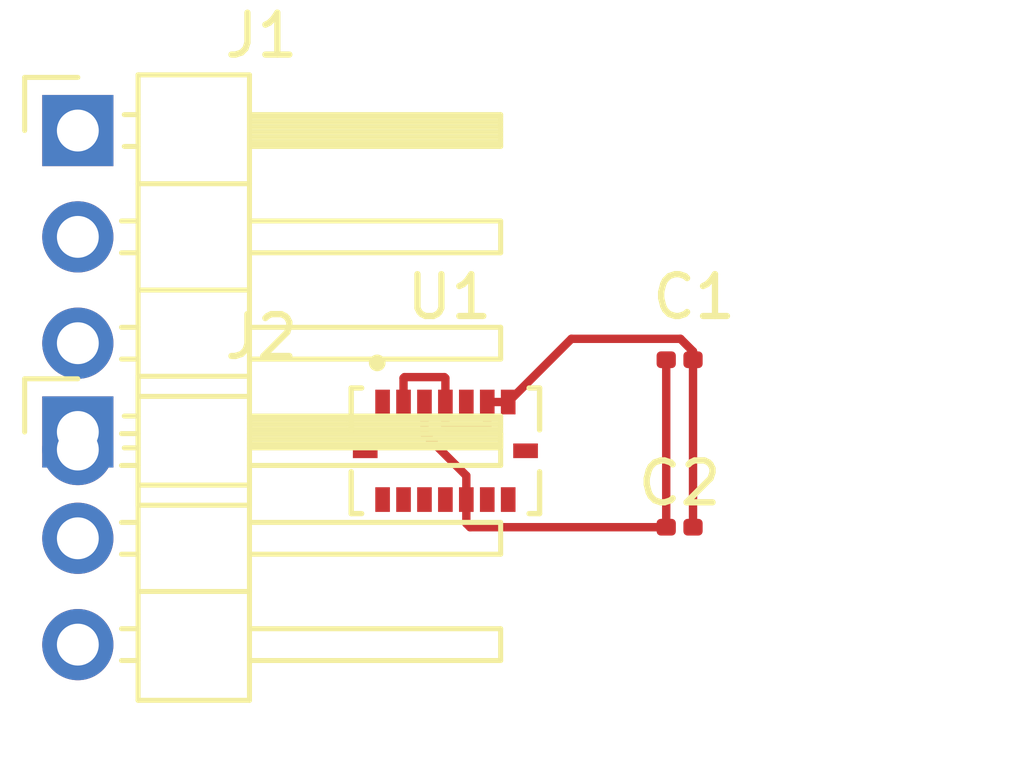
<source format=kicad_pcb>
(kicad_pcb (version 20240225) (generator "pcbnew") (generator_version "8.99")
  (layers (0 "F.Cu" signal) (31 "B.Cu" signal) (34 "B.Paste" user) (35 "F.Paste" user) (36 "B.SilkS" user "B.Silkscreen") (37 "F.SilkS" user "F.Silkscreen") (38 "B.Mask" user) (39 "F.Mask" user) (44 "Edge.Cuts" user))
  (net 0 "")
  (net 1 "3.3 V")
  (net 3 "Net-(J1-Pin_2)")
  (net 4 "Net-(J1-Pin_4)")
  (net 5 "Net-(J1-Pin_3)")
  (net 6 "Net-(J1-Pin_1)")
  (net 7 "Net-(J2-Pin_2)")
  (net 8 "Net-(J2-Pin_1)")
  (net 9 "Net-(J2-Pin_3)")
  (footprint "Capacitor_SMD:C_0201_0603Metric" (layer "F.Cu") (at 127.5 78.5)
    (property "Reference" "C1" (at 0.345 -1.5 0) (layer "F.SilkS"))
    (property "Value" "100 nF")
    (pad "1" smd roundrect (at -0.32 0) (size 0.46 0.4) (layers "F.Cu" "F.Mask") (net 1 "3.3 V"))
    (pad "2" smd roundrect (at 0.32 0) (size 0.46 0.4) (layers "F.Cu" "F.Mask") (net 1 "3.3 V"))
  )
  (footprint "BMI088 (1) 2:PQFN50P450X300X100-16N" (layer "F.Cu") (at 121.905 80.675)
    (property "Reference" "U1" (at 0.095 -3.675 0) (layer "F.SilkS"))
    (property "Value" "BMI088")
    (fp_line (start -2.25 -1.5) (end -2 -1.5) (stroke (width 0.127)) (layer "F.SilkS"))
    (fp_line (start -2.25 -0.5) (end -2.25 -1.5) (stroke (width 0.127)) (layer "F.SilkS"))
    (fp_line (start -2.25 1.5) (end -2.25 0.5) (stroke (width 0.127)) (layer "F.SilkS"))
    (fp_line (start -2 1.5) (end -2.25 1.5) (stroke (width 0.127)) (layer "F.SilkS"))
    (fp_line (start 2.25 -1.5) (end 2 -1.5) (stroke (width 0.127)) (layer "F.SilkS"))
    (fp_line (start 2.25 -0.5) (end 2.25 -1.5) (stroke (width 0.127)) (layer "F.SilkS"))
    (fp_line (start 2.25 0.5) (end 2.25 1.5) (stroke (width 0.127)) (layer "F.SilkS"))
    (fp_line (start 2.25 1.5) (end 2 1.5) (stroke (width 0.127)) (layer "F.SilkS"))
    (fp_circle (center -1.629 -2.1) (end -1.529 -2.1) (stroke (width 0.2)) (fill none) (layer "F.SilkS"))
    (pad "1" smd rect (at -1.5 -1.165 270) (size 0.59 0.35) (layers "F.Cu" "F.Paste" "F.Mask") (net 3 "Net-(J1-Pin_2)"))
    (pad "2" smd rect (at -1 -1.165 270) (size 0.59 0.35) (layers "F.Cu" "F.Paste" "F.Mask") (net 1 "3.3 V"))
    (pad "3" smd rect (at -0.5 -1.165 270) (size 0.59 0.35) (layers "F.Cu" "F.Paste" "F.Mask") (net 1 "3.3 V"))
    (pad "4" smd rect (at 0 -1.165 270) (size 0.59 0.35) (layers "F.Cu" "F.Paste" "F.Mask") (net 1 "3.3 V"))
    (pad "5" smd rect (at 0.5 -1.165 270) (size 0.59 0.35) (layers "F.Cu" "F.Paste" "F.Mask"))
    (pad "6" smd rect (at 1 -1.165 270) (size 0.59 0.35) (layers "F.Cu" "F.Paste" "F.Mask") (net 1 "3.3 V"))
    (pad "7" smd rect (at 1.5 -1.165 270) (size 0.59 0.35) (layers "F.Cu" "F.Paste" "F.Mask") (net 1 "3.3 V"))
    (pad "8" smd rect (at 1.915 0 180) (size 0.59 0.35) (layers "F.Cu" "F.Paste" "F.Mask") (net 9 "Net-(J2-Pin_3)"))
    (pad "9" smd rect (at 1.5 1.165 90) (size 0.59 0.35) (layers "F.Cu" "F.Paste" "F.Mask") (net 8 "Net-(J2-Pin_1)"))
    (pad "10" smd rect (at 1 1.165 90) (size 0.59 0.35) (layers "F.Cu" "F.Paste" "F.Mask") (net 7 "Net-(J2-Pin_2)"))
    (pad "11" smd rect (at 0.5 1.165 90) (size 0.59 0.35) (layers "F.Cu" "F.Paste" "F.Mask") (net 1 "3.3 V"))
    (pad "12" smd rect (at 0 1.165 90) (size 0.59 0.35) (layers "F.Cu" "F.Paste" "F.Mask") (net 5 "Net-(J1-Pin_3)"))
    (pad "13" smd rect (at -0.5 1.165 90) (size 0.59 0.35) (layers "F.Cu" "F.Paste" "F.Mask") (net 4 "Net-(J1-Pin_4)"))
    (pad "14" smd rect (at -1 1.165 90) (size 0.59 0.35) (layers "F.Cu" "F.Paste" "F.Mask") (net 1 "3.3 V"))
    (pad "15" smd rect (at -1.5 1.165 90) (size 0.59 0.35) (layers "F.Cu" "F.Paste" "F.Mask") (net 7 "Net-(J2-Pin_2)"))
    (pad "16" smd rect (at -1.915 0) (size 0.59 0.35) (layers "F.Cu" "F.Paste" "F.Mask") (net 6 "Net-(J1-Pin_1)"))
  )
  (footprint "Capacitor_SMD:C_0201_0603Metric" (layer "F.Cu") (at 127.5 82.5)
    (property "Reference" "C2" (at 0 -1.05 0) (layer "F.SilkS"))
    (property "Value" "100 nF")
    (pad "1" smd roundrect (at -0.32 0) (size 0.46 0.4) (layers "F.Cu" "F.Mask") (net 1 "3.3 V"))
    (pad "2" smd roundrect (at 0.32 0) (size 0.46 0.4) (layers "F.Cu" "F.Mask") (net 1 "3.3 V"))
  )
  (footprint "Connector_PinHeader_2.54mm:PinHeader_1x04_P2.54mm_Horizontal" (layer "F.Cu") (at 113.125 73.025)
    (property "Reference" "J1" (at 4.385 -2.27 0) (layer "F.SilkS"))
    (property "Value" "Conn_01x04")
    (fp_line (start -1.27 -1.27) (end 0 -1.27) (stroke (width 0.12)) (layer "F.SilkS"))
    (fp_line (start -1.27 0) (end -1.27 -1.27) (stroke (width 0.12)) (layer "F.SilkS"))
    (fp_line (start 1.042929 2.16) (end 1.44 2.16) (stroke (width 0.12)) (layer "F.SilkS"))
    (fp_line (start 1.042929 2.92) (end 1.44 2.92) (stroke (width 0.12)) (layer "F.SilkS"))
    (fp_line (start 1.042929 4.7) (end 1.44 4.7) (stroke (width 0.12)) (layer "F.SilkS"))
    (fp_line (start 1.042929 5.46) (end 1.44 5.46) (stroke (width 0.12)) (layer "F.SilkS"))
    (fp_line (start 1.042929 7.24) (end 1.44 7.24) (stroke (width 0.12)) (layer "F.SilkS"))
    (fp_line (start 1.042929 8) (end 1.44 8) (stroke (width 0.12)) (layer "F.SilkS"))
    (fp_line (start 1.11 -0.38) (end 1.44 -0.38) (stroke (width 0.12)) (layer "F.SilkS"))
    (fp_line (start 1.11 0.38) (end 1.44 0.38) (stroke (width 0.12)) (layer "F.SilkS"))
    (fp_line (start 1.44 -1.33) (end 1.44 8.95) (stroke (width 0.12)) (layer "F.SilkS"))
    (fp_line (start 1.44 1.27) (end 4.1 1.27) (stroke (width 0.12)) (layer "F.SilkS"))
    (fp_line (start 1.44 3.81) (end 4.1 3.81) (stroke (width 0.12)) (layer "F.SilkS"))
    (fp_line (start 1.44 6.35) (end 4.1 6.35) (stroke (width 0.12)) (layer "F.SilkS"))
    (fp_line (start 1.44 8.95) (end 4.1 8.95) (stroke (width 0.12)) (layer "F.SilkS"))
    (fp_line (start 4.1 -1.33) (end 1.44 -1.33) (stroke (width 0.12)) (layer "F.SilkS"))
    (fp_line (start 4.1 -0.38) (end 10.1 -0.38) (stroke (width 0.12)) (layer "F.SilkS"))
    (fp_line (start 4.1 -0.32) (end 10.1 -0.32) (stroke (width 0.12)) (layer "F.SilkS"))
    (fp_line (start 4.1 -0.2) (end 10.1 -0.2) (stroke (width 0.12)) (layer "F.SilkS"))
    (fp_line (start 4.1 -0.08) (end 10.1 -0.08) (stroke (width 0.12)) (layer "F.SilkS"))
    (fp_line (start 4.1 0.04) (end 10.1 0.04) (stroke (width 0.12)) (layer "F.SilkS"))
    (fp_line (start 4.1 0.16) (end 10.1 0.16) (stroke (width 0.12)) (layer "F.SilkS"))
    (fp_line (start 4.1 0.28) (end 10.1 0.28) (stroke (width 0.12)) (layer "F.SilkS"))
    (fp_line (start 4.1 2.16) (end 10.1 2.16) (stroke (width 0.12)) (layer "F.SilkS"))
    (fp_line (start 4.1 4.7) (end 10.1 4.7) (stroke (width 0.12)) (layer "F.SilkS"))
    (fp_line (start 4.1 7.24) (end 10.1 7.24) (stroke (width 0.12)) (layer "F.SilkS"))
    (fp_line (start 4.1 8.95) (end 4.1 -1.33) (stroke (width 0.12)) (layer "F.SilkS"))
    (fp_line (start 10.1 -0.38) (end 10.1 0.38) (stroke (width 0.12)) (layer "F.SilkS"))
    (fp_line (start 10.1 0.38) (end 4.1 0.38) (stroke (width 0.12)) (layer "F.SilkS"))
    (fp_line (start 10.1 2.16) (end 10.1 2.92) (stroke (width 0.12)) (layer "F.SilkS"))
    (fp_line (start 10.1 2.92) (end 4.1 2.92) (stroke (width 0.12)) (layer "F.SilkS"))
    (fp_line (start 10.1 4.7) (end 10.1 5.46) (stroke (width 0.12)) (layer "F.SilkS"))
    (fp_line (start 10.1 5.46) (end 4.1 5.46) (stroke (width 0.12)) (layer "F.SilkS"))
    (fp_line (start 10.1 7.24) (end 10.1 8) (stroke (width 0.12)) (layer "F.SilkS"))
    (fp_line (start 10.1 8) (end 4.1 8) (stroke (width 0.12)) (layer "F.SilkS"))
    (pad "1" thru_hole rect (at 0 0) (size 1.7 1.7) (drill 1) (layers "*.Cu" "*.Mask") (net 6 "Net-(J1-Pin_1)"))
    (pad "2" thru_hole oval (at 0 2.54) (size 1.7 1.7) (drill 1) (layers "*.Cu" "*.Mask") (net 3 "Net-(J1-Pin_2)"))
    (pad "3" thru_hole oval (at 0 5.08) (size 1.7 1.7) (drill 1) (layers "*.Cu" "*.Mask") (net 5 "Net-(J1-Pin_3)"))
    (pad "4" thru_hole oval (at 0 7.62) (size 1.7 1.7) (drill 1) (layers "*.Cu" "*.Mask") (net 4 "Net-(J1-Pin_4)"))
  )
  (footprint "Connector_PinHeader_2.54mm:PinHeader_1x03_P2.54mm_Horizontal" (layer "F.Cu") (at 113.125 80.225)
    (property "Reference" "J2" (at 4.385 -2.27 0) (layer "F.SilkS"))
    (property "Value" "Conn_01x03_Pin")
    (fp_line (start -1.27 -1.27) (end 0 -1.27) (stroke (width 0.12)) (layer "F.SilkS"))
    (fp_line (start -1.27 0) (end -1.27 -1.27) (stroke (width 0.12)) (layer "F.SilkS"))
    (fp_line (start 1.042929 2.16) (end 1.44 2.16) (stroke (width 0.12)) (layer "F.SilkS"))
    (fp_line (start 1.042929 2.92) (end 1.44 2.92) (stroke (width 0.12)) (layer "F.SilkS"))
    (fp_line (start 1.042929 4.7) (end 1.44 4.7) (stroke (width 0.12)) (layer "F.SilkS"))
    (fp_line (start 1.042929 5.46) (end 1.44 5.46) (stroke (width 0.12)) (layer "F.SilkS"))
    (fp_line (start 1.11 -0.38) (end 1.44 -0.38) (stroke (width 0.12)) (layer "F.SilkS"))
    (fp_line (start 1.11 0.38) (end 1.44 0.38) (stroke (width 0.12)) (layer "F.SilkS"))
    (fp_line (start 1.44 -1.33) (end 1.44 6.41) (stroke (width 0.12)) (layer "F.SilkS"))
    (fp_line (start 1.44 1.27) (end 4.1 1.27) (stroke (width 0.12)) (layer "F.SilkS"))
    (fp_line (start 1.44 3.81) (end 4.1 3.81) (stroke (width 0.12)) (layer "F.SilkS"))
    (fp_line (start 1.44 6.41) (end 4.1 6.41) (stroke (width 0.12)) (layer "F.SilkS"))
    (fp_line (start 4.1 -1.33) (end 1.44 -1.33) (stroke (width 0.12)) (layer "F.SilkS"))
    (fp_line (start 4.1 -0.38) (end 10.1 -0.38) (stroke (width 0.12)) (layer "F.SilkS"))
    (fp_line (start 4.1 -0.32) (end 10.1 -0.32) (stroke (width 0.12)) (layer "F.SilkS"))
    (fp_line (start 4.1 -0.2) (end 10.1 -0.2) (stroke (width 0.12)) (layer "F.SilkS"))
    (fp_line (start 4.1 -0.08) (end 10.1 -0.08) (stroke (width 0.12)) (layer "F.SilkS"))
    (fp_line (start 4.1 0.04) (end 10.1 0.04) (stroke (width 0.12)) (layer "F.SilkS"))
    (fp_line (start 4.1 0.16) (end 10.1 0.16) (stroke (width 0.12)) (layer "F.SilkS"))
    (fp_line (start 4.1 0.28) (end 10.1 0.28) (stroke (width 0.12)) (layer "F.SilkS"))
    (fp_line (start 4.1 2.16) (end 10.1 2.16) (stroke (width 0.12)) (layer "F.SilkS"))
    (fp_line (start 4.1 4.7) (end 10.1 4.7) (stroke (width 0.12)) (layer "F.SilkS"))
    (fp_line (start 4.1 6.41) (end 4.1 -1.33) (stroke (width 0.12)) (layer "F.SilkS"))
    (fp_line (start 10.1 -0.38) (end 10.1 0.38) (stroke (width 0.12)) (layer "F.SilkS"))
    (fp_line (start 10.1 0.38) (end 4.1 0.38) (stroke (width 0.12)) (layer "F.SilkS"))
    (fp_line (start 10.1 2.16) (end 10.1 2.92) (stroke (width 0.12)) (layer "F.SilkS"))
    (fp_line (start 10.1 2.92) (end 4.1 2.92) (stroke (width 0.12)) (layer "F.SilkS"))
    (fp_line (start 10.1 4.7) (end 10.1 5.46) (stroke (width 0.12)) (layer "F.SilkS"))
    (fp_line (start 10.1 5.46) (end 4.1 5.46) (stroke (width 0.12)) (layer "F.SilkS"))
    (pad "1" thru_hole rect (at 0 0) (size 1.7 1.7) (drill 1) (layers "*.Cu" "*.Mask") (net 8 "Net-(J2-Pin_1)"))
    (pad "2" thru_hole oval (at 0 2.54) (size 1.7 1.7) (drill 1) (layers "*.Cu" "*.Mask") (net 7 "Net-(J2-Pin_2)"))
    (pad "3" thru_hole oval (at 0 5.08) (size 1.7 1.7) (drill 1) (layers "*.Cu" "*.Mask") (net 9 "Net-(J2-Pin_3)"))
  )
  (segment (start 121.905 80.08) (end 121.905 79.51) (width 0.2) (layer "F.Cu") (net 1))
  (segment (start 127.519999 78) (end 124.915 78) (width 0.2) (layer "F.Cu") (net 1))
  (segment (start 121.88 78.915) (end 120.93 78.915) (width 0.2) (layer "F.Cu") (net 1))
  (segment (start 127.82 78.5) (end 127.82 78.300001) (width 0.2) (layer "F.Cu") (net 1))
  (segment (start 127.82 82.5) (end 127.82 78.5) (width 0.2) (layer "F.Cu") (net 1))
  (segment (start 122.405 81.84) (end 122.405 82.41) (width 0.2) (layer "F.Cu") (net 1))
  (segment (start 122.88 80.105) (end 121.93 80.105) (width 0.2) (layer "F.Cu") (net 1))
  (segment (start 123.405 79.51) (end 122.905 79.51) (width 0.2) (layer "F.Cu") (net 1))
  (segment (start 122.405 81.27) (end 122.405 81.84) (width 0.2) (layer "F.Cu") (net 1))
  (segment (start 120.93 78.915) (end 120.905 78.94) (width 0.2) (layer "F.Cu") (net 1))
  (segment (start 127.18 82.5) (end 127.18 78.5) (width 0.2) (layer "F.Cu") (net 1))
  (segment (start 122.405 82.41) (end 122.495 82.5) (width 0.2) (layer "F.Cu") (net 1))
  (segment (start 127.82 78.300001) (end 127.519999 78) (width 0.2) (layer "F.Cu") (net 1))
  (segment (start 121.93 80.105) (end 121.905 80.08) (width 0.2) (layer "F.Cu") (net 1))
  (segment (start 124.915 78) (end 123.405 79.51) (width 0.2) (layer "F.Cu") (net 1))
  (segment (start 121.405 80.27) (end 122.405 81.27) (width 0.2) (layer "F.Cu") (net 1))
  (segment (start 122.905 80.08) (end 122.88 80.105) (width 0.2) (layer "F.Cu") (net 1))
  (segment (start 121.905 79.51) (end 121.905 78.94) (width 0.2) (layer "F.Cu") (net 1))
  (segment (start 122.905 79.51) (end 122.905 80.08) (width 0.2) (layer "F.Cu") (net 1))
  (segment (start 121.905 78.94) (end 121.88 78.915) (width 0.2) (layer "F.Cu") (net 1))
  (segment (start 121.405 79.51) (end 121.405 80.27) (width 0.2) (layer "F.Cu") (net 1))
  (segment (start 122.495 82.5) (end 127.18 82.5) (width 0.2) (layer "F.Cu") (net 1))
  (segment (start 120.905 78.94) (end 120.905 79.51) (width 0.2) (layer "F.Cu") (net 1))
)
</source>
